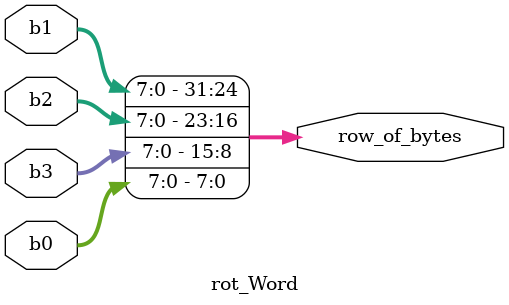
<source format=sv>

module rot_Word(input logic [7:0] b0, b1, b2, b3,
                output logic [31:0] row_of_bytes);

    assign row_of_bytes = {b1, b2, b3, b0};

endmodule
</source>
